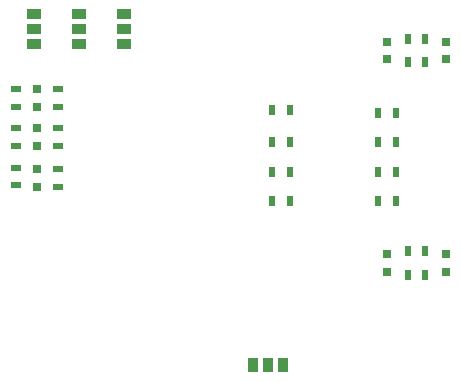
<source format=gbp>
G04 #@! TF.GenerationSoftware,KiCad,Pcbnew,(2018-02-15 revision 29b28de31)-makepkg*
G04 #@! TF.CreationDate,2018-05-29T16:30:00+09:30*
G04 #@! TF.ProjectId,ATM90E3x_fw,41544D39304533785F66772E6B696361,rev?*
G04 #@! TF.SameCoordinates,Original*
G04 #@! TF.FileFunction,Paste,Bot*
G04 #@! TF.FilePolarity,Positive*
%FSLAX46Y46*%
G04 Gerber Fmt 4.6, Leading zero omitted, Abs format (unit mm)*
G04 Created by KiCad (PCBNEW (2018-02-15 revision 29b28de31)-makepkg) date 05/29/18 16:30:00*
%MOMM*%
%LPD*%
G01*
G04 APERTURE LIST*
%ADD10R,1.270000X0.970000*%
%ADD11R,0.500000X0.900000*%
%ADD12R,0.970000X1.270000*%
%ADD13R,0.750000X0.800000*%
%ADD14R,0.900000X0.500000*%
G04 APERTURE END LIST*
D10*
X120142000Y-45974000D03*
X120142000Y-44704000D03*
X120142000Y-43434000D03*
X127762000Y-45974000D03*
X127762000Y-44704000D03*
X127762000Y-43434000D03*
X123952000Y-45974000D03*
X123952000Y-44704000D03*
X123952000Y-43434000D03*
D11*
X151750000Y-47500000D03*
X153250000Y-47500000D03*
D12*
X138684000Y-73152000D03*
X139954000Y-73152000D03*
X141224000Y-73152000D03*
D13*
X120396000Y-49784000D03*
X120396000Y-51284000D03*
X150000000Y-63750000D03*
X150000000Y-65250000D03*
X150000000Y-47250000D03*
X150000000Y-45750000D03*
X155000000Y-47250000D03*
X155000000Y-45750000D03*
X120396000Y-56539000D03*
X120396000Y-58039000D03*
X120396000Y-53086000D03*
X120396000Y-54586000D03*
X155000000Y-63750000D03*
X155000000Y-65250000D03*
D11*
X153250000Y-65500000D03*
X151750000Y-65500000D03*
D14*
X118618000Y-51284000D03*
X118618000Y-49784000D03*
X122174000Y-49784000D03*
X122174000Y-51284000D03*
D11*
X149250000Y-59250000D03*
X150750000Y-59250000D03*
X151750000Y-63500000D03*
X153250000Y-63500000D03*
X150750000Y-56750000D03*
X149250000Y-56750000D03*
D14*
X118618000Y-57900000D03*
X118618000Y-56400000D03*
D11*
X141750000Y-59250000D03*
X140250000Y-59250000D03*
D14*
X122174000Y-56515000D03*
X122174000Y-58015000D03*
X118618000Y-54586000D03*
X118618000Y-53086000D03*
X122174000Y-53086000D03*
X122174000Y-54586000D03*
D11*
X140250000Y-56750000D03*
X141750000Y-56750000D03*
X153250000Y-45500000D03*
X151750000Y-45500000D03*
X140250000Y-51500000D03*
X141750000Y-51500000D03*
X141750000Y-54250000D03*
X140250000Y-54250000D03*
X150750000Y-51750000D03*
X149250000Y-51750000D03*
X149250000Y-54250000D03*
X150750000Y-54250000D03*
M02*

</source>
